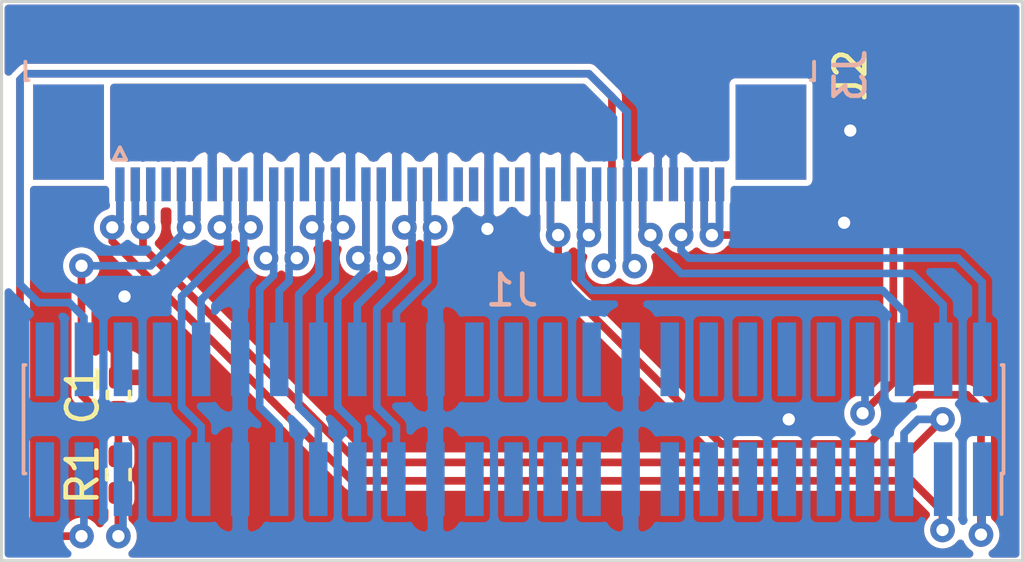
<source format=kicad_pcb>
(kicad_pcb (version 20241229) (generator "pcbnew") (generator_version "9.0")
  (layers (0 "F.Cu" signal) (2 "B.Cu" signal) (13 "F.Paste" user) (15 "B.Paste" user) (5 "F.SilkS" user "F.Silkscreen") (7 "B.SilkS" user "B.Silkscreen") (1 "F.Mask" user) (3 "B.Mask" user) (25 "Edge.Cuts" user))
  (net 0 "")
  (net 1 "GND")
  (net 2 "/RST")
  (net 3 "VGH")
  (net 4 "AVCC")
  (net 5 "VGL")
  (net 6 "VCOM")
  (net 7 "BL_CAT")
  (net 8 "DVCC")
  (net 9 "BL_ANO")
  (net 10 "Net-(J1-Pad9)")
  (net 11 "Net-(J1-Pad10)")
  (net 12 "Net-(J1-Pad11)")
  (net 13 "Net-(J1-Pad12)")
  (net 14 "Net-(J1-Pad13)")
  (net 15 "Net-(J1-Pad14)")
  (net 16 "Net-(J1-Pad15)")
  (net 17 "Net-(J1-Pad16)")
  (net 18 "Net-(J1-Pad17)")
  (net 19 "Net-(J1-Pad18)")
  (net 20 "Net-(J1-Pad21)")
  (net 21 "Net-(J1-Pad22)")
  (net 22 "Net-(J1-Pad23)")
  (net 23 "Net-(J1-Pad24)")
  (net 24 "Net-(J1-Pad25)")
  (net 25 "Net-(J1-Pad26)")
  (net 26 "Net-(J1-Pad27)")
  (net 27 "Net-(J1-Pad28)")
  (net 28 "/RX3+")
  (net 29 "/RX3-")
  (net 30 "/RXC+")
  (net 31 "/RXC-")
  (net 32 "/RX2+")
  (net 33 "/RX2-")
  (net 34 "/RX1+")
  (net 35 "/RX1-")
  (net 36 "/RX0+")
  (net 37 "/RX0-")
  (net 38 "Net-(J1-Pad43)")
  (net 39 "Net-(J1-Pad44)")
  (net 40 "+3V3")
  (net 41 "VMIR")
  (net 42 "HMIR")
  (net 43 "Net-(J1-Pad49)")
  (net 44 "Net-(J1-Pad50)")
  (net 45 "Net-(J2-Pad26)")
  (net 46 "Net-(J2-Pad24)")
  (net 47 "Net-(J2-Pad23)")
  (net 48 "Net-(J2-Pad4)")
  (net 49 "Net-(J3-Pad26)")
  (net 50 "Net-(J3-Pad24)")
  (net 51 "Net-(J3-Pad23)")
  (net 52 "Net-(J3-Pad4)")
  (net 53 "Net-(J1-Pad46)")
  (net 54 "Net-(J1-Pad7)")
  (net 55 "Net-(J2-Pad27)")
  (net 56 "Net-(J3-Pad27)")
  (footprint "Capacitor_SMD:C_0402_1005Metric_Pad0.74x0.62mm_HandSolder" (layer "F.Cu") (at 184.2 95.2 90)
    (property "Reference" "C1" (at 0 -1.16 90) (layer "F.SilkS"))
    (property "Value" "C")
    (fp_line (start -0.115835 -0.36) (end 0.115835 -0.36) (stroke (width 0.12)) (layer "F.SilkS"))
    (fp_line (start -0.115835 0.36) (end 0.115835 0.36) (stroke (width 0.12)) (layer "F.SilkS"))
    (pad "1" smd roundrect (at -0.5675 0 90) (size 0.735 0.62) (layers "F.Cu" "F.Mask" "F.Paste") (net 2 "/RST"))
    (pad "2" smd roundrect (at 0.5675 0 90) (size 0.735 0.62) (layers "F.Cu" "F.Mask" "F.Paste") (net 1 "GND"))
  )
  (footprint "RTD2662Board:GenericConnFFC_1x40_P0.5mm_Horizontal_Reversed" (layer "F.Cu") (at 194 86 180)
    (property "Reference" "J2" (at -14 1.2 90) (layer "F.SilkS"))
    (property "Value" "LCD Connector Top")
    (fp_line (start 12.825 1.04) (end 12.825 1.64) (stroke (width 0.12)) (layer "F.SilkS"))
    (fp_line (start 12.715 1.04) (end 12.825 1.04) (stroke (width 0.12)) (layer "F.SilkS"))
    (fp_line (start 9.95 -1.55) (end 9.75 -1.15) (stroke (width 0.12)) (layer "F.SilkS"))
    (fp_line (start 9.75 -1.15) (end 9.55 -1.55) (stroke (width 0.12)) (layer "F.SilkS"))
    (fp_line (start 9.55 -1.55) (end 9.95 -1.55) (stroke (width 0.12)) (layer "F.SilkS"))
    (fp_line (start -12.715 1.04) (end -12.825 1.04) (stroke (width 0.12)) (layer "F.SilkS"))
    (fp_line (start -12.825 1.04) (end -12.825 1.64) (stroke (width 0.12)) (layer "F.SilkS"))
    (pad "1" smd rect (at 9.75 -2.35 180) (size 0.3 1.1) (layers "F.Cu" "F.Mask" "F.Paste") (net 6 "VCOM"))
    (pad "2" smd rect (at 9.25 -2.35 180) (size 0.3 1.1) (layers "F.Cu" "F.Mask" "F.Paste") (net 8 "DVCC"))
    (pad "3" smd rect (at 8.75 -2.35 180) (size 0.3 1.1) (layers "F.Cu" "F.Mask" "F.Paste") (net 8 "DVCC"))
    (pad "4" smd rect (at 8.25 -2.35 180) (size 0.3 1.1) (layers "F.Cu" "F.Mask" "F.Paste") (net 48 "Net-(J2-Pad4)"))
    (pad "5" smd rect (at 7.75 -2.35 180) (size 0.3 1.1) (layers "F.Cu" "F.Mask" "F.Paste") (net 2 "/RST"))
    (pad "6" smd rect (at 7.25 -2.35 180) (size 0.3 1.1) (layers "F.Cu" "F.Mask" "F.Paste") (net 2 "/RST"))
    (pad "7" smd rect (at 6.75 -2.35 180) (size 0.3 1.1) (layers "F.Cu" "F.Mask" "F.Paste") (net 1 "GND"))
    (pad "8" smd rect (at 6.25 -2.35 180) (size 0.3 1.1) (layers "F.Cu" "F.Mask" "F.Paste") (net 37 "/RX0-"))
    (pad "9" smd rect (at 5.75 -2.35 180) (size 0.3 1.1) (layers "F.Cu" "F.Mask" "F.Paste") (net 36 "/RX0+"))
    (pad "10" smd rect (at 5.25 -2.35 180) (size 0.3 1.1) (layers "F.Cu" "F.Mask" "F.Paste") (net 1 "GND"))
    (pad "11" smd rect (at 4.75 -2.35 180) (size 0.3 1.1) (layers "F.Cu" "F.Mask" "F.Paste") (net 35 "/RX1-"))
    (pad "12" smd rect (at 4.25 -2.35 180) (size 0.3 1.1) (layers "F.Cu" "F.Mask" "F.Paste") (net 34 "/RX1+"))
    (pad "13" smd rect (at 3.75 -2.35 180) (size 0.3 1.1) (layers "F.Cu" "F.Mask" "F.Paste") (net 1 "GND"))
    (pad "14" smd rect (at 3.25 -2.35 180) (size 0.3 1.1) (layers "F.Cu" "F.Mask" "F.Paste") (net 33 "/RX2-"))
    (pad "15" smd rect (at 2.75 -2.35 180) (size 0.3 1.1) (layers "F.Cu" "F.Mask" "F.Paste") (net 32 "/RX2+"))
    (pad "16" smd rect (at 2.25 -2.35 180) (size 0.3 1.1) (layers "F.Cu" "F.Mask" "F.Paste") (net 1 "GND"))
    (pad "17" smd rect (at 1.75 -2.35 180) (size 0.3 1.1) (layers "F.Cu" "F.Mask" "F.Paste") (net 31 "/RXC-"))
    (pad "18" smd rect (at 1.25 -2.35 180) (size 0.3 1.1) (layers "F.Cu" "F.Mask" "F.Paste") (net 30 "/RXC+"))
    (pad "19" smd rect (at 0.75 -2.35 180) (size 0.3 1.1) (layers "F.Cu" "F.Mask" "F.Paste") (net 1 "GND"))
    (pad "20" smd rect (at 0.25 -2.35 180) (size 0.3 1.1) (layers "F.Cu" "F.Mask" "F.Paste") (net 29 "/RX3-"))
    (pad "21" smd rect (at -0.25 -2.35 180) (size 0.3 1.1) (layers "F.Cu" "F.Mask" "F.Paste") (net 28 "/RX3+"))
    (pad "22" smd rect (at -0.75 -2.35 180) (size 0.3 1.1) (layers "F.Cu" "F.Mask" "F.Paste") (net 1 "GND"))
    (pad "23" smd rect (at -1.25 -2.35 180) (size 0.3 1.1) (layers "F.Cu" "F.Mask" "F.Paste") (net 47 "Net-(J2-Pad23)"))
    (pad "24" smd rect (at -1.75 -2.35 180) (size 0.3 1.1) (layers "F.Cu" "F.Mask" "F.Paste") (net 46 "Net-(J2-Pad24)"))
    (pad "25" smd rect (at -2.25 -2.35 180) (size 0.3 1.1) (layers "F.Cu" "F.Mask" "F.Paste") (net 1 "GND"))
    (pad "26" smd rect (at -2.75 -2.35 180) (size 0.3 1.1) (layers "F.Cu" "F.Mask" "F.Paste") (net 45 "Net-(J2-Pad26)"))
    (pad "27" smd rect (at -3.25 -2.35 180) (size 0.3 1.1) (layers "F.Cu" "F.Mask" "F.Paste") (net 55 "Net-(J2-Pad27)"))
    (pad "28" smd rect (at -3.75 -2.35 180) (size 0.3 1.1) (layers "F.Cu" "F.Mask" "F.Paste") (net 1 "GND"))
    (pad "29" smd rect (at -4.25 -2.35 180) (size 0.3 1.1) (layers "F.Cu" "F.Mask" "F.Paste") (net 4 "AVCC"))
    (pad "30" smd rect (at -4.75 -2.35 180) (size 0.3 1.1) (layers "F.Cu" "F.Mask" "F.Paste") (net 1 "GND"))
    (pad "31" smd rect (at -5.25 -2.35 180) (size 0.3 1.1) (layers "F.Cu" "F.Mask" "F.Paste") (net 7 "BL_CAT"))
    (pad "32" smd rect (at -5.75 -2.35 180) (size 0.3 1.1) (layers "F.Cu" "F.Mask" "F.Paste") (net 7 "BL_CAT"))
    (pad "33" smd rect (at -6.25 -2.35 180) (size 0.3 1.1) (layers "F.Cu" "F.Mask" "F.Paste") (net 42 "HMIR"))
    (pad "34" smd rect (at -6.75 -2.35 180) (size 0.3 1.1) (layers "F.Cu" "F.Mask" "F.Paste") (net 41 "VMIR"))
    (pad "35" smd rect (at -7.25 -2.35 180) (size 0.3 1.1) (layers "F.Cu" "F.Mask" "F.Paste") (net 5 "VGL"))
    (pad "36" smd rect (at -7.75 -2.35 180) (size 0.3 1.1) (layers "F.Cu" "F.Mask" "F.Paste") (net 1 "GND"))
    (pad "37" smd rect (at -8.25 -2.35 180) (size 0.3 1.1) (layers "F.Cu" "F.Mask" "F.Paste") (net 1 "GND"))
    (pad "38" smd rect (at -8.75 -2.35 180) (size 0.3 1.1) (layers "F.Cu" "F.Mask" "F.Paste") (net 3 "VGH"))
    (pad "39" smd rect (at -9.25 -2.35 180) (size 0.3 1.1) (layers "F.Cu" "F.Mask" "F.Paste") (net 9 "BL_ANO"))
    (pad "40" smd rect (at -9.75 -2.35 180) (size 0.3 1.1) (layers "F.Cu" "F.Mask" "F.Paste") (net 9 "BL_ANO"))
    (pad "MP" smd rect (at -11.42 -0.65 180) (size 2.3 3.1) (layers "F.Cu" "F.Mask" "F.Paste"))
    (pad "MP" smd rect (at 11.42 -0.65 180) (size 2.3 3.1) (layers "F.Cu" "F.Mask" "F.Paste"))
  )
  (footprint "Resistor_SMD:R_0402_1005Metric_Pad0.72x0.64mm_HandSolder" (layer "F.Cu") (at 184.2 97.7975 90)
    (property "Reference" "R1" (at 0 -1.17 90) (layer "F.SilkS"))
    (property "Value" "R")
    (fp_line (start -0.167621 -0.38) (end 0.167621 -0.38) (stroke (width 0.12)) (layer "F.SilkS"))
    (fp_line (start -0.167621 0.38) (end 0.167621 0.38) (stroke (width 0.12)) (layer "F.SilkS"))
    (pad "1" smd roundrect (at -0.5975 0 90) (size 0.715 0.64) (layers "F.Cu" "F.Mask" "F.Paste") (net 40 "+3V3"))
    (pad "2" smd roundrect (at 0.5975 0 90) (size 0.715 0.64) (layers "F.Cu" "F.Mask" "F.Paste") (net 2 "/RST"))
  )
  (footprint "RTD2662Board:PinHeader_2x25_P1.27mm_Vertical_SMD_SmallPads" (layer "B.Cu") (at 197.049 95.995 90)
    (property "Reference" "J1" (at 4.195 -0.049 180) (layer "B.SilkS") (effects (justify mirror)))
    (property "Value" "Main Board Connector")
    (fp_line (start -1.765 -15.935) (end 1.765 -15.935) (stroke (width 0.12)) (layer "B.SilkS"))
    (fp_line (start 1.765 -15.87) (end 1.765 -15.935) (stroke (width 0.12)) (layer "B.SilkS"))
    (fp_line (start -1.765 -15.87) (end -1.765 -15.935) (stroke (width 0.12)) (layer "B.SilkS"))
    (fp_line (start -3.09 15.87) (end -1.765 15.87) (stroke (width 0.12)) (layer "B.SilkS"))
    (fp_line (start 1.765 15.935) (end 1.765 15.87) (stroke (width 0.12)) (layer "B.SilkS"))
    (fp_line (start -1.765 15.935) (end -1.765 15.87) (stroke (width 0.12)) (layer "B.SilkS"))
    (fp_line (start -1.765 15.935) (end 1.765 15.935) (stroke (width 0.12)) (layer "B.SilkS"))
    (pad "1" smd rect (at -1.95 15.24 90) (size 2.4 0.6) (layers "B.Cu" "B.Mask" "B.Paste") (net 4 "AVCC"))
    (pad "2" smd rect (at 1.95 15.24 90) (size 2.4 0.6) (layers "B.Cu" "B.Mask" "B.Paste") (net 3 "VGH"))
    (pad "3" smd rect (at -1.95 13.97 90) (size 2.4 0.6) (layers "B.Cu" "B.Mask" "B.Paste") (net 6 "VCOM"))
    (pad "4" smd rect (at 1.95 13.97 90) (size 2.4 0.6) (layers "B.Cu" "B.Mask" "B.Paste") (net 5 "VGL"))
    (pad "5" smd rect (at -1.95 12.7 90) (size 2.4 0.6) (layers "B.Cu" "B.Mask" "B.Paste") (net 8 "DVCC"))
    (pad "6" smd rect (at 1.95 12.7 90) (size 2.4 0.6) (layers "B.Cu" "B.Mask" "B.Paste") (net 7 "BL_CAT"))
    (pad "7" smd rect (at -1.95 11.43 90) (size 2.4 0.6) (layers "B.Cu" "B.Mask" "B.Paste") (net 54 "Net-(J1-Pad7)"))
    (pad "8" smd rect (at 1.95 11.43 90) (size 2.4 0.6) (layers "B.Cu" "B.Mask" "B.Paste") (net 9 "BL_ANO"))
    (pad "9" smd rect (at -1.95 10.16 90) (size 2.4 0.6) (layers "B.Cu" "B.Mask" "B.Paste") (net 10 "Net-(J1-Pad9)"))
    (pad "10" smd rect (at 1.95 10.16 90) (size 2.4 0.6) (layers "B.Cu" "B.Mask" "B.Paste") (net 11 "Net-(J1-Pad10)"))
    (pad "11" smd rect (at -1.95 8.89 90) (size 2.4 0.6) (layers "B.Cu" "B.Mask" "B.Paste") (net 12 "Net-(J1-Pad11)"))
    (pad "12" smd rect (at 1.95 8.89 90) (size 2.4 0.6) (layers "B.Cu" "B.Mask" "B.Paste") (net 13 "Net-(J1-Pad12)"))
    (pad "13" smd rect (at -1.95 7.62 90) (size 2.4 0.6) (layers "B.Cu" "B.Mask" "B.Paste") (net 14 "Net-(J1-Pad13)"))
    (pad "14" smd rect (at 1.95 7.62 90) (size 2.4 0.6) (layers "B.Cu" "B.Mask" "B.Paste") (net 15 "Net-(J1-Pad14)"))
    (pad "15" smd rect (at -1.95 6.35 90) (size 2.4 0.6) (layers "B.Cu" "B.Mask" "B.Paste") (net 16 "Net-(J1-Pad15)"))
    (pad "16" smd rect (at 1.95 6.35 90) (size 2.4 0.6) (layers "B.Cu" "B.Mask" "B.Paste") (net 17 "Net-(J1-Pad16)"))
    (pad "17" smd rect (at -1.95 5.08 90) (size 2.4 0.6) (layers "B.Cu" "B.Mask" "B.Paste") (net 18 "Net-(J1-Pad17)"))
    (pad "18" smd rect (at 1.95 5.08 90) (size 2.4 0.6) (layers "B.Cu" "B.Mask" "B.Paste") (net 19 "Net-(J1-Pad18)"))
    (pad "19" smd rect (at -1.95 3.81 90) (size 2.4 0.6) (layers "B.Cu" "B.Mask" "B.Paste") (net 1 "GND"))
    (pad "20" smd rect (at 1.95 3.81 90) (size 2.4 0.6) (layers "B.Cu" "B.Mask" "B.Paste") (net 1 "GND"))
    (pad "21" smd rect (at -1.95 2.54 90) (size 2.4 0.6) (layers "B.Cu" "B.Mask" "B.Paste") (net 20 "Net-(J1-Pad21)"))
    (pad "22" smd rect (at 1.95 2.54 90) (size 2.4 0.6) (layers "B.Cu" "B.Mask" "B.Paste") (net 21 "Net-(J1-Pad22)"))
    (pad "23" smd rect (at -1.95 1.27 90) (size 2.4 0.6) (layers "B.Cu" "B.Mask" "B.Paste") (net 22 "Net-(J1-Pad23)"))
    (pad "24" smd rect (at 1.95 1.27 90) (size 2.4 0.6) (layers "B.Cu" "B.Mask" "B.Paste") (net 23 "Net-(J1-Pad24)"))
    (pad "25" smd rect (at -1.95 0 90) (size 2.4 0.6) (layers "B.Cu" "B.Mask" "B.Paste") (net 24 "Net-(J1-Pad25)"))
    (pad "26" smd rect (at 1.95 0 90) (size 2.4 0.6) (layers "B.Cu" "B.Mask" "B.Paste") (net 25 "Net-(J1-Pad26)"))
    (pad "27" smd rect (at -1.95 -1.27 90) (size 2.4 0.6) (layers "B.Cu" "B.Mask" "B.Paste") (net 26 "Net-(J1-Pad27)"))
    (pad "28" smd rect (at 1.95 -1.27 90) (size 2.4 0.6) (layers "B.Cu" "B.Mask" "B.Paste") (net 27 "Net-(J1-Pad28)"))
    (pad "29" smd rect (at -1.95 -2.54 90) (size 2.4 0.6) (layers "B.Cu" "B.Mask" "B.Paste") (net 1 "GND"))
    (pad "30" smd rect (at 1.95 -2.54 90) (size 2.4 0.6) (layers "B.Cu" "B.Mask" "B.Paste") (net 1 "GND"))
    (pad "31" smd rect (at -1.95 -3.81 90) (size 2.4 0.6) (layers "B.Cu" "B.Mask" "B.Paste") (net 29 "/RX3-"))
    (pad "32" smd rect (at 1.95 -3.81 90) (size 2.4 0.6) (layers "B.Cu" "B.Mask" "B.Paste") (net 28 "/RX3+"))
    (pad "33" smd rect (at -1.95 -5.08 90) (size 2.4 0.6) (layers "B.Cu" "B.Mask" "B.Paste") (net 31 "/RXC-"))
    (pad "34" smd rect (at 1.95 -5.08 90) (size 2.4 0.6) (layers "B.Cu" "B.Mask" "B.Paste") (net 30 "/RXC+"))
    (pad "35" smd rect (at -1.95 -6.35 90) (size 2.4 0.6) (layers "B.Cu" "B.Mask" "B.Paste") (net 33 "/RX2-"))
    (pad "36" smd rect (at 1.95 -6.35 90) (size 2.4 0.6) (layers "B.Cu" "B.Mask" "B.Paste") (net 32 "/RX2+"))
    (pad "37" smd rect (at -1.95 -7.62 90) (size 2.4 0.6) (layers "B.Cu" "B.Mask" "B.Paste") (net 35 "/RX1-"))
    (pad "38" smd rect (at 1.95 -7.62 90) (size 2.4 0.6) (layers "B.Cu" "B.Mask" "B.Paste") (net 34 "/RX1+"))
    (pad "39" smd rect (at -1.95 -8.89 90) (size 2.4 0.6) (layers "B.Cu" "B.Mask" "B.Paste") (net 1 "GND"))
    (pad "40" smd rect (at 1.95 -8.89 90) (size 2.4 0.6) (layers "B.Cu" "B.Mask" "B.Paste") (net 1 "GND"))
    (pad "41" smd rect (at -1.95 -10.16 90) (size 2.4 0.6) (layers "B.Cu" "B.Mask" "B.Paste") (net 37 "/RX0-"))
    (pad "42" smd rect (at 1.95 -10.16 90) (size 2.4 0.6) (layers "B.Cu" "B.Mask" "B.Paste") (net 36 "/RX0+"))
    (pad "43" smd rect (at -1.95 -11.43 90) (size 2.4 0.6) (layers "B.Cu" "B.Mask" "B.Paste") (net 38 "Net-(J1-Pad43)"))
    (pad "44" smd rect (at 1.95 -11.43 90) (size 2.4 0.6) (layers "B.Cu" "B.Mask" "B.Paste") (net 39 "Net-(J1-Pad44)"))
    (pad "45" smd rect (at -1.95 -12.7 90) (size 2.4 0.6) (layers "B.Cu" "B.Mask" "B.Paste") (net 40 "+3V3"))
    (pad "46" smd rect (at 1.95 -12.7 90) (size 2.4 0.6) (layers "B.Cu" "B.Mask" "B.Paste") (net 53 "Net-(J1-Pad46)"))
    (pad "47" smd rect (at -1.95 -13.97 90) (size 2.4 0.6) (layers "B.Cu" "B.Mask" "B.Paste") (net 42 "HMIR"))
    (pad "48" smd rect (at 1.95 -13.97 90) (size 2.4 0.6) (layers "B.Cu" "B.Mask" "B.Paste") (net 41 "VMIR"))
    (pad "49" smd rect (at -1.95 -15.24 90) (size 2.4 0.6) (layers "B.Cu" "B.Mask" "B.Paste") (net 43 "Net-(J1-Pad49)"))
    (pad "50" smd rect (at 1.95 -15.24 90) (size 2.4 0.6) (layers "B.Cu" "B.Mask" "B.Paste") (net 44 "Net-(J1-Pad50)"))
  )
  (footprint "RTD2662Board:GenericConnFFC_1x40_P0.5mm_Horizontal" (layer "B.Cu") (at 194 87)
    (property "Reference" "J3" (at 14 -2.2 90) (layer "B.SilkS") (effects (justify mirror)))
    (property "Value" "LCD Connector Bottom")
    (fp_line (start -12.825 -2.04) (end -12.825 -2.64) (stroke (width 0.12)) (layer "B.SilkS"))
    (fp_line (start -12.715 -2.04) (end -12.825 -2.04) (stroke (width 0.12)) (layer "B.SilkS"))
    (fp_line (start -9.95 0.55) (end -9.75 0.15) (stroke (width 0.12)) (layer "B.SilkS"))
    (fp_line (start -9.75 0.15) (end -9.55 0.55) (stroke (width 0.12)) (layer "B.SilkS"))
    (fp_line (start -9.55 0.55) (end -9.95 0.55) (stroke (width 0.12)) (layer "B.SilkS"))
    (fp_line (start 12.715 -2.04) (end 12.825 -2.04) (stroke (width 0.12)) (layer "B.SilkS"))
    (fp_line (start 12.825 -2.04) (end 12.825 -2.64) (stroke (width 0.12)) (layer "B.SilkS"))
    (pad "1" smd rect (at -9.75 1.35) (size 0.3 1.1) (layers "B.Cu" "B.Mask" "B.Paste") (net 6 "VCOM"))
    (pad "2" smd rect (at -9.25 1.35) (size 0.3 1.1) (layers "B.Cu" "B.Mask" "B.Paste") (net 8 "DVCC"))
    (pad "3" smd rect (at -8.75 1.35) (size 0.3 1.1) (layers "B.Cu" "B.Mask" "B.Paste") (net 8 "DVCC"))
    (pad "4" smd rect (at -8.25 1.35) (size 0.3 1.1) (layers "B.Cu" "B.Mask" "B.Paste") (net 52 "Net-(J3-Pad4)"))
    (pad "5" smd rect (at -7.75 1.35) (size 0.3 1.1) (layers "B.Cu" "B.Mask" "B.Paste") (net 2 "/RST"))
    (pad "6" smd rect (at -7.25 1.35) (size 0.3 1.1) (layers "B.Cu" "B.Mask" "B.Paste") (net 2 "/RST"))
    (pad "7" smd rect (at -6.75 1.35) (size 0.3 1.1) (layers "B.Cu" "B.Mask" "B.Paste") (net 1 "GND"))
    (pad "8" smd rect (at -6.25 1.35) (size 0.3 1.1) (layers "B.Cu" "B.Mask" "B.Paste") (net 37 "/RX0-"))
    (pad "9" smd rect (at -5.75 1.35) (size 0.3 1.1) (layers "B.Cu" "B.Mask" "B.Paste") (net 36 "/RX0+"))
    (pad "10" smd rect (at -5.25 1.35) (size 0.3 1.1) (layers "B.Cu" "B.Mask" "B.Paste") (net 1 "GND"))
    (pad "11" smd rect (at -4.75 1.35) (size 0.3 1.1) (layers "B.Cu" "B.Mask" "B.Paste") (net 35 "/RX1-"))
    (pad "12" smd rect (at -4.25 1.35) (size 0.3 1.1) (layers "B.Cu" "B.Mask" "B.Paste") (net 34 "/RX1+"))
    (pad "13" smd rect (at -3.75 1.35) (size 0.3 1.1) (layers "B.Cu" "B.Mask" "B.Paste") (net 1 "GND"))
    (pad "14" smd rect (at -3.25 1.35) (size 0.3 1.1) (layers "B.Cu" "B.Mask" "B.Paste") (net 33 "/RX2-"))
    (pad "15" smd rect (at -2.75 1.35) (size 0.3 1.1) (layers "B.Cu" "B.Mask" "B.Paste") (net 32 "/RX2+"))
    (pad "16" smd rect (at -2.25 1.35) (size 0.3 1.1) (layers "B.Cu" "B.Mask" "B.Paste") (net 1 "GND"))
    (pad "17" smd rect (at -1.75 1.35) (size 0.3 1.1) (layers "B.Cu" "B.Mask" "B.Paste") (net 31 "/RXC-"))
    (pad "18" smd rect (at -1.25 1.35) (size 0.3 1.1) (layers "B.Cu" "B.Mask" "B.Paste") (net 30 "/RXC+"))
    (pad "19" smd rect (at -0.75 1.35) (size 0.3 1.1) (layers "B.Cu" "B.Mask" "B.Paste") (net 1 "GND"))
    (pad "20" smd rect (at -0.25 1.35) (size 0.3 1.1) (layers "B.Cu" "B.Mask" "B.Paste") (net 29 "/RX3-"))
    (pad "21" smd rect (at 0.25 1.35) (size 0.3 1.1) (layers "B.Cu" "B.Mask" "B.Paste") (net 28 "/RX3+"))
    (pad "22" smd rect (at 0.75 1.35) (size 0.3 1.1) (layers "B.Cu" "B.Mask" "B.Paste") (net 1 "GND"))
    (pad "23" smd rect (at 1.25 1.35) (size 0.3 1.1) (layers "B.Cu" "B.Mask" "B.Paste") (net 51 "Net-(J3-Pad23)"))
    (pad "24" smd rect (at 1.75 1.35) (size 0.3 1.1) (layers "B.Cu" "B.Mask" "B.Paste") (net 50 "Net-(J3-Pad24)"))
    (pad "25" smd rect (at 2.25 1.35) (size 0.3 1.1) (layers "B.Cu" "B.Mask" "B.Paste") (net 1 "GND"))
    (pad "26" smd rect (at 2.75 1.35) (size 0.3 1.1) (layers "B.Cu" "B.Mask" "B.Paste") (net 49 "Net-(J3-Pad26)"))
    (pad "27" smd rect (at 3.25 1.35) (size 0.3 1.1) (layers "B.Cu" "B.Mask" "B.Paste") (net 56 "Net-(J3-Pad27)"))
    (pad "28" smd rect (at 3.75 1.35) (size 0.3 1.1) (layers "B.Cu" "B.Mask" "B.Paste") (net 1 "GND"))
    (pad "29" smd rect (at 4.25 1.35) (size 0.3 1.1) (layers "B.Cu" "B.Mask" "B.Paste") (net 4 "AVCC"))
    (pad "30" smd rect (at 4.75 1.35) (size 0.3 1.1) (layers "B.Cu" "B.Mask" "B.Paste") (net 1 "GND"))
    (pad "31" smd rect (at 5.25 1.35) (size 0.3 1.1) (layers "B.Cu" "B.Mask" "B.Paste") (net 7 "BL_CAT"))
    (pad "32" smd rect (at 5.75 1.35) (size 0.3 1.1) (layers "B.Cu" "B.Mask" "B.Paste") (net 7 "BL_CAT"))
    (pad "33" smd rect (at 6.25 1.35) (size 0.3 1.1) (layers "B.Cu" "B.Mask" "B.Paste") (net 42 "HMIR"))
    (pad "34" smd rect (at 6.75 1.35) (size 0.3 1.1) (layers "B.Cu" "B.Mask" "B.Paste") (net 41 "VMIR"))
    (pad "35" smd rect (at 7.25 1.35) (size 0.3 1.1) (layers "B.Cu" "B.Mask" "B.Paste") (net 5 "VGL"))
    (pad "36" smd rect (at 7.75 1.35) (size 0.3 1.1) (layers "B.Cu" "B.Mask" "B.Paste") (net 1 "GND"))
    (pad "37" smd rect (at 8.25 1.35) (size 0.3 1.1) (layers "B.Cu" "B.Mask" "B.Paste") (net 1 "GND"))
    (pad "38" smd rect (at 8.75 1.35) (size 0.3 1.1) (layers "B.Cu" "B.Mask" "B.Paste") (net 3 "VGH"))
    (pad "39" smd rect (at 9.25 1.35) (size 0.3 1.1) (layers "B.Cu" "B.Mask" "B.Paste") (net 9 "BL_ANO"))
    (pad "40" smd rect (at 9.75 1.35) (size 0.3 1.1) (layers "B.Cu" "B.Mask" "B.Paste") (net 9 "BL_ANO"))
    (pad "MP" smd rect (at -11.42 -0.35) (size 2.3 3.1) (layers "B.Cu" "B.Mask" "B.Paste"))
    (pad "MP" smd rect (at 11.42 -0.35) (size 2.3 3.1) (layers "B.Cu" "B.Mask" "B.Paste"))
  )
  (gr_line (start 180.4 100.6) (end 213.6 100.6) (stroke (width 0.1)) (layer "Edge.Cuts"))
  (gr_line (start 213.6 82.4) (end 180.4 82.4) (stroke (width 0.1)) (layer "Edge.Cuts"))
  (gr_line (start 180.4 82.4) (end 180.4 100.6) (stroke (width 0.1)) (layer "Edge.Cuts"))
  (gr_line (start 213.6 100.6) (end 213.6 82.4) (stroke (width 0.1)) (layer "Edge.Cuts"))
  (segment (start 202.25 88.35) (end 202.25 87.45) (width 0.25) (layer "F.Cu") (net 1))
  (segment (start 201.75 87.45) (end 202 87.2) (width 0.25) (layer "F.Cu") (net 1))
  (segment (start 202.25 87.45) (end 202 87.2) (width 0.25) (layer "F.Cu") (net 1))
  (segment (start 201.75 88.35) (end 201.75 87.45) (width 0.25) (layer "F.Cu") (net 1))
  (via (at 208 86.6) (size 0.8) (drill 0.4) (layers "F.Cu" "B.Cu") (net 1))
  (via (at 184.4 92) (size 0.8) (drill 0.4) (layers "F.Cu" "B.Cu") (net 1))
  (via (at 206 96) (size 0.8) (drill 0.4) (layers "F.Cu" "B.Cu") (net 1))
  (via (at 207.8 89.6) (size 0.8) (drill 0.4) (layers "F.Cu" "B.Cu") (net 1))
  (via (at 196.2 89.8) (size 0.8) (drill 0.4) (layers "F.Cu" "B.Cu") (net 1))
  (segment (start 202.25 88.35) (end 202.25 87.45) (width 0.25) (layer "B.Cu") (net 1))
  (segment (start 202.25 87.45) (end 202 87.2) (width 0.25) (layer "B.Cu") (net 1))
  (segment (start 201.75 87.45) (end 202 87.2) (width 0.25) (layer "B.Cu") (net 1))
  (segment (start 201.75 88.35) (end 201.75 87.45) (width 0.25) (layer "B.Cu") (net 1))
  (segment (start 186.75 88.35) (end 186.75 89.5) (width 0.25) (layer "F.Cu") (net 2))
  (segment (start 184.2 95.7675) (end 183.5675 95.7675) (width 0.25) (layer "F.Cu") (net 2))
  (segment (start 184.2 97.2) (end 184.2 95.8) (width 0.25) (layer "F.Cu") (net 2))
  (segment (start 186.75 89.5) (end 186.5 89.75) (width 0.25) (layer "F.Cu") (net 2))
  (segment (start 186.25 89.5) (end 186.5 89.75) (width 0.25) (layer "F.Cu") (net 2))
  (segment (start 183 95.2) (end 183 91) (width 0.25) (layer "F.Cu") (net 2))
  (segment (start 183.5675 95.7675) (end 183 95.2) (width 0.25) (layer "F.Cu") (net 2))
  (segment (start 186.25 88.35) (end 186.25 89.5) (width 0.25) (layer "F.Cu") (net 2))
  (via (at 186.5 89.75) (size 0.8) (drill 0.4) (layers "F.Cu" "B.Cu") (net 2))
  (via (at 183 91) (size 0.8) (drill 0.4) (layers "F.Cu" "B.Cu") (net 2))
  (segment (start 186.25 88.35) (end 186.25 89.5) (width 0.25) (layer "B.Cu") (net 2))
  (segment (start 185.25 91) (end 183 91) (width 0.25) (layer "B.Cu") (net 2))
  (segment (start 186.25 89.5) (end 186.5 89.75) (width 0.25) (layer "B.Cu") (net 2))
  (segment (start 186.5 89.75) (end 185.25 91) (width 0.25) (layer "B.Cu") (net 2))
  (segment (start 186.75 88.35) (end 186.75 89.5) (width 0.25) (layer "B.Cu") (net 2))
  (segment (start 186.75 89.5) (end 186.5 89.75) (width 0.25) (layer "B.Cu") (net 2))
  (segment (start 202.75 88.35) (end 202.75 89.75) (width 0.25) (layer "F.Cu") (net 3))
  (segment (start 202.75 89.75) (end 202.5 90) (width 0.25) (layer "F.Cu") (net 3))
  (via (at 202.5 90) (size 0.8) (drill 0.4) (layers "F.Cu" "B.Cu") (net 3))
  (segment (start 212.289 91.539) (end 211.5 90.75) (width 0.25) (layer "B.Cu") (net 3))
  (segment (start 202.75 90.75) (end 202.5 90.5) (width 0.25) (layer "B.Cu") (net 3))
  (segment (start 202.5 90.5) (end 202.5 90) (width 0.25) (layer "B.Cu") (net 3))
  (segment (start 212.289 94.045) (end 212.289 91.539) (width 0.25) (layer "B.Cu") (net 3))
  (segment (start 202.75 89.75) (end 202.5 90) (width 0.25) (layer "B.Cu") (net 3))
  (segment (start 211.5 90.75) (end 202.75 90.75) (width 0.25) (layer "B.Cu") (net 3))
  (segment (start 202.75 88.35) (end 202.75 89.75) (width 0.25) (layer "B.Cu") (net 3))
  (segment (start 203.8 96.8) (end 198.5 91.5) (width 0.25) (layer "F.Cu") (net 4))
  (segment (start 212.25 99.75) (end 212.25 95.65) (width 0.25) (layer "F.Cu") (net 4))
  (segment (start 198.5 91.5) (end 198.5 90) (width 0.25) (layer "F.Cu") (net 4))
  (segment (start 212.25 95.65) (end 211.8 95.2) (width 0.25) (layer "F.Cu") (net 4))
  (segment (start 198.25 88.35) (end 198.25 89.15) (width 0.25) (layer "F.Cu") (net 4))
  (segment (start 198.25 89.75) (end 198.5 90) (width 0.25) (layer "F.Cu") (net 4))
  (segment (start 210.2 95.2) (end 208.6 96.8) (width 0.25) (layer "F.Cu") (net 4))
  (segment (start 211.8 95.2) (end 210.2 95.2) (width 0.25) (layer "F.Cu") (net 4))
  (segment (start 208.6 96.8) (end 203.8 96.8) (width 0.25) (layer "F.Cu") (net 4))
  (segment (start 198.25 89.15) (end 198.25 89.75) (width 0.25) (layer "F.Cu") (net 4))
  (via (at 198.5 90) (size 0.8) (drill 0.4) (layers "F.Cu" "B.Cu") (net 4))
  (via (at 212.25 99.75) (size 0.8) (drill 0.4) (layers "F.Cu" "B.Cu") (net 4))
  (segment (start 198.25 88.35) (end 198.25 89.75) (width 0.25) (layer "B.Cu") (net 4))
  (segment (start 212.289 97.945) (end 212.289 99.711) (width 0.25) (layer "B.Cu") (net 4))
  (segment (start 198.25 89.75) (end 198.5 90) (width 0.25) (layer "B.Cu") (net 4))
  (segment (start 212.289 99.711) (end 212.25 99.75) (width 0.25) (layer "B.Cu") (net 4))
  (segment (start 201.25 89.75) (end 201.5 90) (width 0.25) (layer "F.Cu") (net 5))
  (segment (start 201.25 88.35) (end 201.25 89.75) (width 0.25) (layer "F.Cu") (net 5))
  (via (at 201.5 90) (size 0.8) (drill 0.4) (layers "F.Cu" "B.Cu") (net 5))
  (segment (start 210 91.25) (end 211.019 92.269) (width 0.25) (layer "B.Cu") (net 5))
  (segment (start 201.25 88.35) (end 201.25 89.75) (width 0.25) (layer "B.Cu") (net 5))
  (segment (start 201.5 90) (end 201.5 90.25) (width 0.25) (layer "B.Cu") (net 5))
  (segment (start 211.019 92.269) (end 211.019 94.045) (width 0.25) (layer "B.Cu") (net 5))
  (segment (start 201.25 89.75) (end 201.5 90) (width 0.25) (layer "B.Cu") (net 5))
  (segment (start 201.5 90.25) (end 202.5 91.25) (width 0.25) (layer "B.Cu") (net 5))
  (segment (start 202.5 91.25) (end 210 91.25) (width 0.25) (layer "B.Cu") (net 5))
  (segment (start 210 98) (end 191.8 98) (width 0.25) (layer "F.Cu") (net 6))
  (segment (start 191.8 98) (end 184 90.2) (width 0.25) (layer "F.Cu") (net 6))
  (segment (start 211 99.6) (end 211 99) (width 0.25) (layer "F.Cu") (net 6))
  (segment (start 184.25 89.5) (end 184 89.75) (width 0.25) (layer "F.Cu") (net 6))
  (segment (start 184.25 88.35) (end 184.25 89.5) (width 0.25) (layer "F.Cu") (net 6))
  (segment (start 211 99) (end 210 98) (width 0.25) (layer "F.Cu") (net 6))
  (segment (start 184 90.2) (end 184 89.75) (width 0.25) (layer "F.Cu") (net 6))
  (via (at 211 99.6) (size 0.8) (drill 0.4) (layers "F.Cu" "B.Cu") (net 6))
  (via (at 184 89.75) (size 0.8) (drill 0.4) (layers "F.Cu" "B.Cu") (net 6))
  (segment (start 184.25 88.35) (end 184.25 89.5) (width 0.25) (layer "B.Cu") (net 6))
  (segment (start 211.019 99.581) (end 211 99.6) (width 0.25) (layer "B.Cu") (net 6))
  (segment (start 211.019 97.945) (end 211.019 99.581) (width 0.25) (layer "B.Cu") (net 6))
  (segment (start 184.25 89.5) (end 184 89.75) (width 0.25) (layer "B.Cu") (net 6))
  (segment (start 199.25 89.75) (end 199.5 90) (width 0.25) (layer "F.Cu") (net 7))
  (segment (start 199.25 88.35) (end 199.25 89.75) (width 0.25) (layer "F.Cu") (net 7))
  (segment (start 199.75 88.35) (end 199.75 89.75) (width 0.25) (layer "F.Cu") (net 7))
  (segment (start 199.75 89.75) (end 199.5 90) (width 0.25) (layer "F.Cu") (net 7))
  (via (at 199.5 90) (size 0.8) (drill 0.4) (layers "F.Cu" "B.Cu") (net 7))
  (segment (start 199.25 89.75) (end 199.5 90) (width 0.25) (layer "B.Cu") (net 7))
  (segment (start 199.6 91.8) (end 199.25 91.45) (width 0.25) (layer "B.Cu") (net 7))
  (segment (start 209.05 91.8) (end 199.6 91.8) (width 0.25) (layer "B.Cu") (net 7))
  (segment (start 199.75 89.75) (end 199.5 90) (width 0.25) (layer "B.Cu") (net 7))
  (segment (start 209.749 94.045) (end 209.749 92.499) (width 0.25) (layer "B.Cu") (net 7))
  (segment (start 199.25 90.25) (end 199.5 90) (width 0.25) (layer "B.Cu") (net 7))
  (segment (start 209.749 92.499) (end 209.05 91.8) (width 0.25) (layer "B.Cu") (net 7))
  (segment (start 199.25 91.45) (end 199.25 90.25) (width 0.25) (layer "B.Cu") (net 7))
  (segment (start 199.75 88.35) (end 199.75 89.75) (width 0.25) (layer "B.Cu") (net 7))
  (segment (start 199.25 88.35) (end 199.25 89.75) (width 0.25) (layer "B.Cu") (net 7))
  (segment (start 184.75 89.5) (end 184.75 88.5) (width 0.25) (layer "F.Cu") (net 8))
  (segment (start 185.25 89.5) (end 185 89.75) (width 0.25) (layer "F.Cu") (net 8))
  (segment (start 185.25 88.35) (end 185.25 89.5) (width 0.25) (layer "F.Cu") (net 8))
  (segment (start 209.6 97.4) (end 211 96) (width 0.25) (layer "F.Cu") (net 8))
  (segment (start 185 89.75) (end 185 90.4) (width 0.25) (layer "F.Cu") (net 8))
  (segment (start 185 90.4) (end 192 97.4) (width 0.25) (layer "F.Cu") (net 8))
  (segment (start 192 97.4) (end 209.6 97.4) (width 0.25) (layer "F.Cu") (net 8))
  (segment (start 185 89.75) (end 184.75 89.5) (width 0.25) (layer "F.Cu") (net 8))
  (via (at 185 89.75) (size 0.8) (drill 0.4) (layers "F.Cu" "B.Cu") (net 8))
  (via (at 211 96) (size 0.8) (drill 0.4) (layers "F.Cu" "B.Cu") (net 8))
  (segment (start 184.75 88.35) (end 184.75 89.5) (width 0.25) (layer "B.Cu") (net 8))
  (segment (start 185.25 88.35) (end 185.25 89.5) (width 0.25) (layer "B.Cu") (net 8))
  (segment (start 184.75 89.5) (end 185 89.75) (width 0.25) (layer "B.Cu") (net 8))
  (segment (start 209.749 96.451) (end 210.2 96) (width 0.25) (layer "B.Cu") (net 8))
  (segment (start 185.25 89.5) (end 185 89.75) (width 0.25) (layer "B.Cu") (net 8))
  (segment (start 209.749 97.945) (end 209.749 96.451) (width 0.25) (layer "B.Cu") (net 8))
  (segment (start 211 96) (end 210.2 96) (width 0.25) (layer "B.Cu") (net 8))
  (segment (start 209.4 89.2) (end 209.4 94.8) (width 0.25) (layer "F.Cu") (net 9))
  (segment (start 209.4 94.8) (end 208.4 95.8) (width 0.25) (layer "F.Cu") (net 9))
  (segment (start 209 88.8) (end 209.4 89.2) (width 0.25) (layer "F.Cu") (net 9))
  (segment (start 203.25 88.35) (end 203.25 89.75) (width 0.25) (layer "F.Cu") (net 9))
  (segment (start 204.4 90) (end 205.6 88.8) (width 0.25) (layer "F.Cu") (net 9))
  (segment (start 203.5 90) (end 204.4 90) (width 0.25) (layer "F.Cu") (net 9))
  (segment (start 203.75 88.35) (end 203.75 89.75) (width 0.25) (layer "F.Cu") (net 9))
  (segment (start 205.6 88.8) (end 209 88.8) (width 0.25) (layer "F.Cu") (net 9))
  (segment (start 203.25 89.75) (end 203.5 90) (width 0.25) (layer "F.Cu") (net 9))
  (segment (start 203.75 89.75) (end 203.5 90) (width 0.25) (layer "F.Cu") (net 9))
  (via (at 208.4 95.8) (size 0.8) (drill 0.4) (layers "F.Cu" "B.Cu") (net 9))
  (via (at 203.5 90) (size 0.8) (drill 0.4) (layers "F.Cu" "B.Cu") (net 9))
  (segment (start 203.25 89.75) (end 203.5 90) (width 0.25) (layer "B.Cu") (net 9))
  (segment (start 203.75 88.35) (end 203.75 89.75) (width 0.25) (layer "B.Cu") (net 9))
  (segment (start 203.25 88.35) (end 203.25 89.75) (width 0.25) (layer "B.Cu") (net 9))
  (segment (start 203.75 89.75) (end 203.5 90) (width 0.25) (layer "B.Cu") (net 9))
  (segment (start 208.479 94.045) (end 208.479 95.721) (width 0.25) (layer "B.Cu") (net 9))
  (segment (start 208.479 95.721) (end 208.4 95.8) (width 0.25) (layer "B.Cu") (net 9))
  (segment (start 194.25 88.35) (end 194.25 89.5) (width 0.25) (layer "F.Cu") (net 28))
  (segment (start 194.25 89.5) (end 194.5 89.75) (width 0.25) (layer "F.Cu") (net 28))
  (via (at 194.5 89.75) (size 0.8) (drill 0.4) (layers "F.Cu" "B.Cu") (net 28))
  (segment (start 193.239 94.045) (end 193.239 92.511) (width 0.25) (layer "B.Cu") (net 28))
  (segment (start 194.25 88.35) (end 194.25 89.5) (width 0.25) (layer "B.Cu") (net 28))
  (segment (start 193.239 92.511) (end 194.25 91.5) (width 0.25) (layer "B.Cu") (net 28))
  (segment (start 194.25 89.5) (end 194.5 89.75) (width 0.25) (layer "B.Cu") (net 28))
  (segment (start 194.25 91.5) (end 194.25 90) (width 0.25) (layer "B.Cu") (net 28))
  (segment (start 194.25 90) (end 194.5 89.75) (width 0.25) (layer "B.Cu") (net 28))
  (segment (start 193.75 89.5) (end 193.5 89.75) (width 0.25) (layer "F.Cu") (net 29))
  (segment (start 193.75 88.35) (end 193.75 89.5) (width 0.25) (layer "F.Cu") (net 29))
  (via (at 193.5 89.75) (size 0.8) (drill 0.4) (layers "F.Cu" "B.Cu") (net 29))
  (segment (start 193.239 96.23) (end 193.239 97.945) (width 0.25) (layer "B.Cu") (net 29))
  (segment (start 193.75 91.25) (end 192.604 92.396) (width 0.25) (layer "B.Cu") (net 29))
  (segment (start 192.604 92.396) (end 192.604 95.595) (width 0.25) (layer "B.Cu") (net 29))
  (segment (start 193.75 89.5) (end 193.5 89.75) (width 0.25) (layer "B.Cu") (net 29))
  (segment (start 193.75 88.35) (end 193.75 89.5) (width 0.25) (layer "B.Cu") (net 29))
  (segment (start 192.604 95.595) (end 193.239 96.23) (width 0.25) (layer "B.Cu") (net 29))
  (segment (start 193.5 89.75) (end 193.75 90) (width 0.25) (layer "B.Cu") (net 29))
  (segment (start 193.75 90) (end 193.75 91.25) (width 0.25) (layer "B.Cu") (net 29))
  (segment (start 192.75 88.35) (end 192.75 90.5) (width 0.25) (layer "F.Cu") (net 30))
  (segment (start 192.75 90.5) (end 193 90.75) (width 0.25) (layer "F.Cu") (net 30))
  (via (at 193 90.75) (size 0.8) (drill 0.4) (layers "F.Cu" "B.Cu") (net 30))
  (segment (start 192.75 89.15) (end 192.75 90.5) (width 0.25) (layer "B.Cu") (net 30))
  (segment (start 192.75 90.5) (end 193 90.75) (width 0.25) (layer "B.Cu") (net 30))
  (segment (start 191.969 92.281) (end 192.75 91.5) (width 0.25) (layer "B.Cu") (net 30))
  (segment (start 192.75 88.35) (end 192.75 89.15) (width 0.25) (layer "B.Cu") (net 30))
  (segment (start 192.75 91) (end 193 90.75) (width 0.25) (layer "B.Cu") (net 30))
  (segment (start 191.969 94.045) (end 191.969 92.281) (width 0.25) (layer "B.Cu") (net 30))
  (segment (start 192.75 91.5) (end 192.75 91) (width 0.25) (layer "B.Cu") (net 30))
  (segment (start 192.25 90.5) (end 192 90.75) (width 0.25) (layer "F.Cu") (net 31))
  (segment (start 192.25 88.35) (end 192.25 90.5) (width 0.25) (layer "F.Cu") (net 31))
  (via (at 192 90.75) (size 0.8) (drill 0.4) (layers "F.Cu" "B.Cu") (net 31))
  (segment (start 191.334 95.595) (end 191.334 92.05241) (width 0.25) (layer "B.Cu") (net 31))
  (segment (start 191.969 97.945) (end 191.969 96.23) (width 0.25) (layer "B.Cu") (net 31))
  (segment (start 192.25 91) (end 192 90.75) (width 0.25) (layer "B.Cu") (net 31))
  (segment (start 192.25 90.5) (end 192.25 88.25) (width 0.25) (layer "B.Cu") (net 31))
  (segment (start 191.334 92.05241) (end 192.25 91.13641) (width 0.25) (layer "B.Cu") (net 31))
  (segment (start 192 90.75) (end 192.25 90.5) (width 0.25) (layer "B.Cu") (net 31))
  (segment (start 191.969 96.23) (end 191.334 95.595) (width 0.25) (layer "B.Cu") (net 31))
  (segment (start 192.25 91.13641) (end 192.25 91) (width 0.25) (layer "B.Cu") (net 31))
  (segment (start 191.25 88.35) (end 191.25 89.5) (width 0.25) (layer "F.Cu") (net 32))
  (segment (start 191.25 89.5) (end 191.5 89.75) (width 0.25) (layer "F.Cu") (net 32))
  (via (at 191.5 89.75) (size 0.8) (drill 0.4) (layers "F.Cu" "B.Cu") (net 32))
  (segment (start 191.25 89.15) (end 191.25 89.5) (width 0.25) (layer "B.Cu") (net 32))
  (segment (start 190.75 93.994) (end 190.699 94.045) (width 0.25) (layer "B.Cu") (net 32))
  (segment (start 191.25 88.35) (end 191.25 89.15) (width 0.25) (layer "B.Cu") (net 32))
  (segment (start 191.5 89.75) (end 191.25 90) (width 0.25) (layer "B.Cu") (net 32))
  (segment (start 191.25 90) (end 191.25 91.5) (width 0.25) (layer "B.Cu") (net 32))
  (segment (start 190.75 92) (end 190.75 93.994) (width 0.25) (layer "B.Cu") (net 32))
  (segment (start 191.25 89.5) (end 191.5 89.75) (width 0.25) (layer "B.Cu") (net 32))
  (segment (start 191.25 91.5) (end 190.75 92) (width 0.25) (layer "B.Cu") (net 32))
  (segment (start 190.75 88.35) (end 190.75 89.5) (width 0.25) (layer "F.Cu") (net 33))
  (segment (start 190.75 89.5) (end 190.5 89.75) (width 0.25) (layer "F.Cu") (net 33))
  (via (at 190.5 89.75) (size 0.8) (drill 0.4) (layers "F.Cu" "B.Cu") (net 33))
  (segment (start 190.699 97.945) (end 190.699 96.23) (width 0.25) (layer "B.Cu") (net 33))
  (segment (start 190.699 96.23) (end 190.064 95.595) (width 0.25) (layer "B.Cu") (net 33))
  (segment (start 190.75 89.5) (end 190.5 89.75) (width 0.25) (layer "B.Cu") (net 33))
  (segment (start 190.75 88.35) (end 190.75 89.5) (width 0.25) (layer "B.Cu") (net 33))
  (segment (start 190.064 91.936) (end 190.725001 91.274999) (width 0.25) (layer "B.Cu") (net 33))
  (segment (start 190.725001 89.975001) (end 190.5 89.75) (width 0.25) (layer "B.Cu") (net 33))
  (segment (start 190.725001 91.274999) (end 190.725001 89.975001) (width 0.25) (layer "B.Cu") (net 33))
  (segment (start 190.064 92.064) (end 190.064 91.936) (width 0.25) (layer "B.Cu") (net 33))
  (segment (start 190.064 95.595) (end 190.064 92.064) (width 0.25) (layer "B.Cu") (net 33))
  (segment (start 189.75 88.35) (end 189.75 90.5) (width 0.25) (layer "F.Cu") (net 34))
  (segment (start 189.75 90.5) (end 190 90.75) (width 0.25) (layer "F.Cu") (net 34))
  (via (at 190 90.75) (size 0.8) (drill 0.4) (layers "F.Cu" "B.Cu") (net 34))
  (segment (start 189.429 94.045) (end 189.429 91.821) (width 0.25) (layer "B.Cu") (net 34))
  (segment (start 189.75 90.5) (end 190 90.75) (width 0.25) (layer "B.Cu") (net 34))
  (segment (start 189.429 91.821) (end 189.75 91.5) (width 0.25) (layer "B.Cu") (net 34))
  (segment (start 189.75 91.5) (end 189.75 91) (width 0.25) (layer "B.Cu") (net 34))
  (segment (start 189.75 91) (end 190 90.75) (width 0.25) (layer "B.Cu") (net 34))
  (segment (start 189.75 88.35) (end 189.75 90.5) (width 0.25) (layer "B.Cu") (net 34))
  (segment (start 189.25 90.5) (end 189 90.75) (width 0.25) (layer "F.Cu") (net 35))
  (segment (start 189.25 88.35) (end 189.25 90.5) (width 0.25) (layer "F.Cu") (net 35))
  (via (at 189 90.75) (size 0.8) (drill 0.4) (layers "F.Cu" "B.Cu") (net 35))
  (segment (start 189.25 91.306795) (end 188.794 91.762795) (width 0.25) (layer "B.Cu") (net 35))
  (segment (start 189 90.75) (end 189.25 91) (width 0.25) (layer "B.Cu") (net 35))
  (segment (start 188.794 91.762795) (end 188.794 95.595) (width 0.25) (layer "B.Cu") (net 35))
  (segment (start 189.25 90.5) (end 189 90.75) (width 0.25) (layer "B.Cu") (net 35))
  (segment (start 189.25 88.35) (end 189.25 90.5) (width 0.25) (layer "B.Cu") (net 35))
  (segment (start 189.25 91) (end 189.25 91.306795) (width 0.25) (layer "B.Cu") (net 35))
  (segment (start 189.429 96.23) (end 189.429 97.945) (width 0.25) (layer "B.Cu") (net 35))
  (segment (start 188.794 95.595) (end 189.429 96.23) (width 0.25) (layer "B.Cu") (net 35))
  (segment (start 188.25 89.5) (end 188.5 89.75) (width 0.25) (layer "F.Cu") (net 36))
  (segment (start 188.25 88.35) (end 188.25 89.5) (width 0.25) (layer "F.Cu") (net 36))
  (via (at 188.5 89.75) (size 0.8) (drill 0.4) (layers "F.Cu" "B.Cu") (net 36))
  (segment (start 188.274999 89.975001) (end 188.5 89.75) (width 0.25) (layer "B.Cu") (net 36))
  (segment (start 188.274999 90.725001) (end 188.274999 89.975001) (width 0.25) (layer "B.Cu") (net 36))
  (segment (start 188.25 88.35) (end 188.25 89.5) (width 0.25) (layer "B.Cu") (net 36))
  (segment (start 186.889 92.111) (end 188.274999 90.725001) (width 0.25) (layer "B.Cu") (net 36))
  (segment (start 186.889 94.045) (end 186.889 92.111) (width 0.25) (layer "B.Cu") (net 36))
  (segment (start 188.25 89.5) (end 188.5 89.75) (width 0.25) (layer "B.Cu") (net 36))
  (segment (start 187.5 89.75) (end 187.75 89.5) (width 0.25) (layer "F.Cu") (net 37))
  (segment (start 187.75 89.5) (end 187.75 88.25) (width 0.25) (layer "F.Cu") (net 37))
  (via (at 187.5 89.75) (size 0.8) (drill 0.4) (layers "F.Cu" "B.Cu") (net 37))
  (segment (start 186.254 91.996) (end 187.75 90.5) (width 0.25) (layer "B.Cu") (net 37))
  (segment (start 187.75 90) (end 187.5 89.75) (width 0.25) (layer "B.Cu") (net 37))
  (segment (start 187.75 88.35) (end 187.75 89.5) (width 0.25) (layer "B.Cu") (net 37))
  (segment (start 187.75 90.5) (end 187.75 90) (width 0.25) (layer "B.Cu") (net 37))
  (segment (start 186.254 95.595) (end 186.254 91.996) (width 0.25) (layer "B.Cu") (net 37))
  (segment (start 187.75 89.5) (end 187.5 89.75) (width 0.25) (layer "B.Cu") (net 37))
  (segment (start 186.889 96.23) (end 186.254 95.595) (width 0.25) (layer "B.Cu") (net 37))
  (segment (start 186.889 97.945) (end 186.889 96.23) (width 0.25) (layer "B.Cu") (net 37))
  (segment (start 184.2 98.395) (end 184.2 99.8) (width 0.25) (layer "F.Cu") (net 40))
  (via (at 184.2 99.8) (size 0.8) (drill 0.4) (layers "F.Cu" "B.Cu") (net 40))
  (segment (start 184.349 97.945) (end 184.349 99.651) (width 0.25) (layer "B.Cu") (net 40))
  (segment (start 184.349 99.651) (end 184.2 99.8) (width 0.25) (layer "B.Cu") (net 40))
  (segment (start 200.75 88.35) (end 200.75 90.77532) (width 0.25) (layer "F.Cu") (net 41))
  (segment (start 200.75 90.77532) (end 200.98734 91.01266) (width 0.25) (layer "F.Cu") (net 41))
  (via (at 200.98734 91.01266) (size 0.8) (drill 0.4) (layers "F.Cu" "B.Cu") (net 41))
  (segment (start 200.75 90.77532) (end 200.98734 91.01266) (width 0.25) (layer "B.Cu") (net 41))
  (segment (start 183.079 94.045) (end 183.079 92.679) (width 0.25) (layer "B.Cu") (net 41))
  (segment (start 181 91.6) (end 181 84.944998) (width 0.25) (layer "B.Cu") (net 41))
  (segment (start 181.6 92.2) (end 181 91.6) (width 0.25) (layer "B.Cu") (net 41))
  (segment (start 181.194998 84.75) (end 199.5 84.75) (width 0.25) (layer "B.Cu") (net 41))
  (segment (start 200.75 86) (end 200.75 88.35) (width 0.25) (layer "B.Cu") (net 41))
  (segment (start 200.75 88.35) (end 200.75 90.77532) (width 0.25) (layer "B.Cu") (net 41))
  (segment (start 183.079 92.679) (end 182.6 92.2) (width 0.25) (layer "B.Cu") (net 41))
  (segment (start 182.6 92.2) (end 181.6 92.2) (width 0.25) (layer "B.Cu") (net 41))
  (segment (start 181 84.944998) (end 181.194998 84.75) (width 0.25) (layer "B.Cu") (net 41))
  (segment (start 199.5 84.75) (end 200.75 86) (width 0.25) (layer "B.Cu") (net 41))
  (segment (start 200.25 88.35) (end 200.25 90.73725) (width 0.25) (layer "F.Cu") (net 42))
  (segment (start 199.5 84.75) (end 181.194998 84.75) (width 0.25) (layer "F.Cu") (net 42))
  (segment (start 200.25 88.35) (end 200.25 85.5) (width 0.25) (layer "F.Cu") (net 42))
  (segment (start 200.25 85.5) (end 199.5 84.75) (width 0.25) (layer "F.Cu") (net 42))
  (segment (start 181 99.4) (end 181.4 99.8) (width 0.25) (layer "F.Cu") (net 42))
  (segment (start 200.25 90.73725) (end 199.987411 90.999839) (width 0.25) (layer "F.Cu") (net 42))
  (segment (start 181.4 99.8) (end 183 99.8) (width 0.25) (layer "F.Cu") (net 42))
  (segment (start 181.194998 84.75) (end 181 84.944998) (width 0.25) (layer "F.Cu") (net 42))
  (segment (start 181 84.944998) (end 181 99.4) (width 0.25) (layer "F.Cu") (net 42))
  (via (at 183 99.8) (size 0.8) (drill 0.4) (layers "F.Cu" "B.Cu") (net 42))
  (via (at 199.987411 90.999839) (size 0.8) (drill 0.4) (layers "F.Cu" "B.Cu") (net 42))
  (segment (start 200.25 88.5) (end 200.25 90.73725) (width 0.25) (layer "B.Cu") (net 42))
  (segment (start 183.079 97.945) (end 183.079 99.721) (width 0.25) (layer "B.Cu") (net 42))
  (segment (start 200.25 90.73725) (end 199.987411 90.999839) (width 0.25) (layer "B.Cu") (net 42))
  (segment (start 183.079 99.721) (end 183 99.8) (width 0.25) (layer "B.Cu") (net 42))
  (zone (net 1) (net_name "GND") (layer "F.Cu") (connect_pads (clearance 0.127)) (min_thickness 0.254) (fill yes (thermal_gap 0.508) (thermal_bridge_width 0.508))
    (polygon (pts (xy 213.5 100.5) (xy 180.5 100.5) (xy 180.5 82.5) (xy 213.5 82.5)))
  )
  (zone (net 1) (net_name "GND") (layer "B.Cu") (connect_pads (clearance 0.127)) (min_thickness 0.254) (fill yes (thermal_gap 0.508) (thermal_bridge_width 0.508))
    (polygon (pts (xy 213.5 100.5) (xy 180.5 100.5) (xy 180.5 82.5) (xy 213.5 82.5)))
  )
)
</source>
